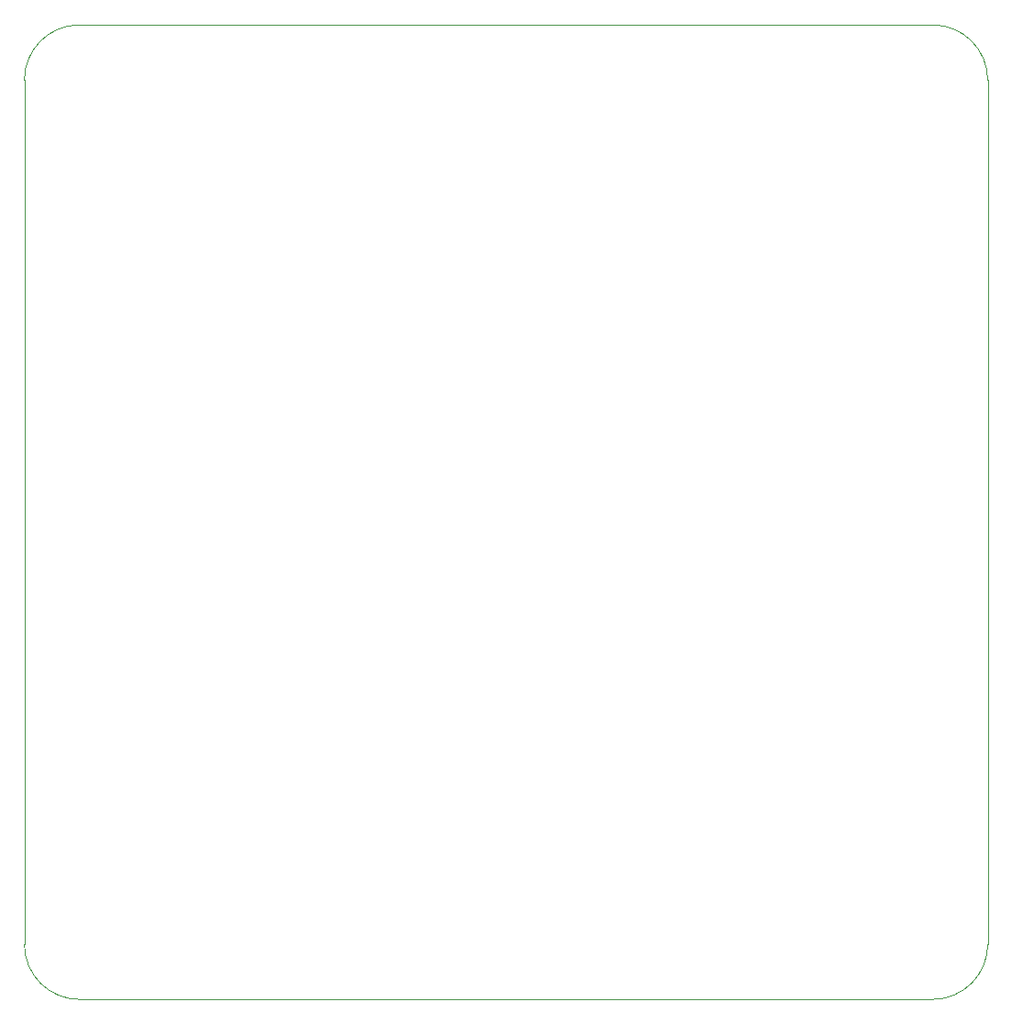
<source format=gbr>
G04 #@! TF.GenerationSoftware,KiCad,Pcbnew,(5.1.5)-3*
G04 #@! TF.CreationDate,2020-11-04T13:08:40-03:00*
G04 #@! TF.ProjectId,li-ion-backup,6c692d69-6f6e-42d6-9261-636b75702e6b,rev?*
G04 #@! TF.SameCoordinates,Original*
G04 #@! TF.FileFunction,Profile,NP*
%FSLAX46Y46*%
G04 Gerber Fmt 4.6, Leading zero omitted, Abs format (unit mm)*
G04 Created by KiCad (PCBNEW (5.1.5)-3) date 2020-11-04 13:08:40*
%MOMM*%
%LPD*%
G04 APERTURE LIST*
%ADD10C,0.050000*%
G04 APERTURE END LIST*
D10*
X236220000Y-58928000D02*
G75*
G02X241300000Y-64008000I0J-5080000D01*
G01*
X241300000Y-143764000D02*
G75*
G02X236220000Y-148844000I-5080000J0D01*
G01*
X152400000Y-64008000D02*
G75*
G02X157480000Y-58928000I5080000J0D01*
G01*
X157480000Y-148844000D02*
G75*
G02X152400000Y-143764000I0J5080000D01*
G01*
X241300000Y-64008000D02*
X241300000Y-143764000D01*
X157480000Y-58928000D02*
X236220000Y-58928000D01*
X152400000Y-143764000D02*
X152400000Y-64008000D01*
X236220000Y-148844000D02*
X157480000Y-148844000D01*
M02*

</source>
